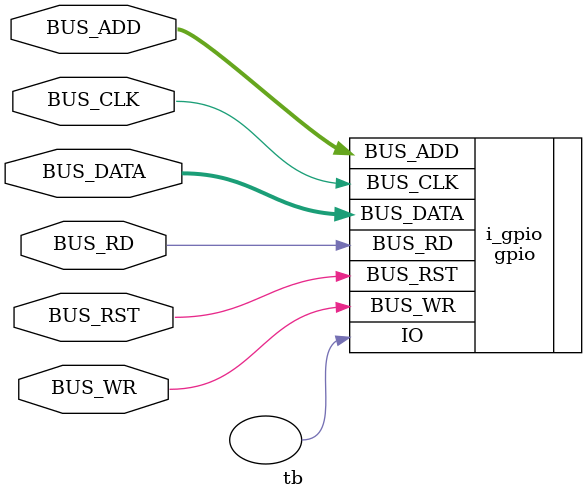
<source format=v>
/**
 * ------------------------------------------------------------
 * Copyright (c) All rights reserved 
 * SiLab, Institute of Physics, University of Bonn
 * ------------------------------------------------------------
 */
 
`timescale 1ps / 1ps

`include "utils/bus_to_ip.v"
`include "gpio/gpio.v"

module tb (
    input           BUS_CLK,
    input           BUS_RST,
    input   [15:0]  BUS_ADD,
    inout   [7:0]   BUS_DATA,
    input           BUS_RD,
    input           BUS_WR
);   

    localparam GPIO_BASEADDR = 16'h0000;
    localparam GPIO_HIGHADDR = 16'h000f;
    
    gpio 
    #( 
        .BASEADDR(GPIO_BASEADDR), 
        .HIGHADDR(GPIO_HIGHADDR),
        .IO_WIDTH(8),
        .IO_DIRECTION(8'hff)
    ) i_gpio
    (
        .BUS_CLK(BUS_CLK),
        .BUS_RST(BUS_RST),
        .BUS_ADD(BUS_ADD),
        .BUS_DATA(BUS_DATA),
        .BUS_RD(BUS_RD),
        .BUS_WR(BUS_WR),
        .IO()
    );
    
    initial begin
        $dumpfile("uut.vcd");
        $dumpvars(0, i_gpio);
    end 
    
endmodule

</source>
